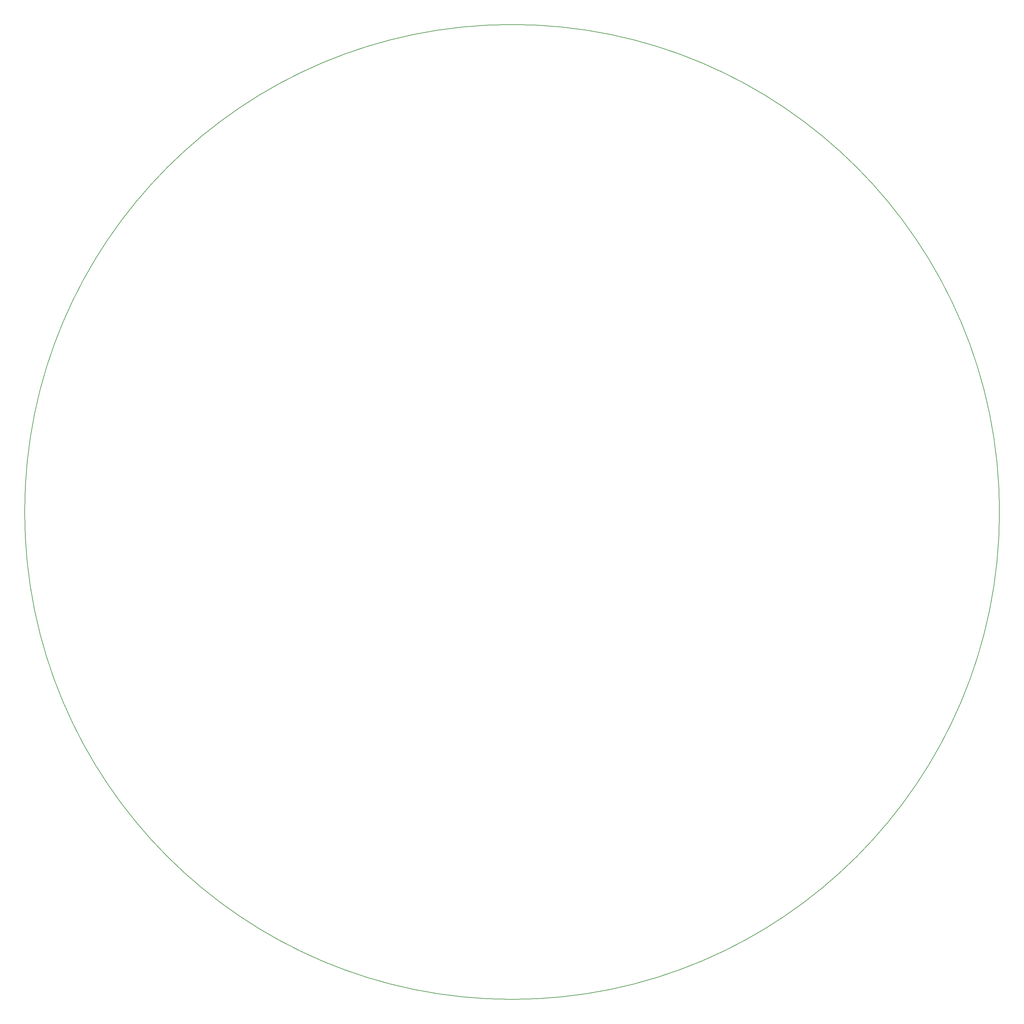
<source format=gbr>
%TF.GenerationSoftware,KiCad,Pcbnew,(6.0.9)*%
%TF.CreationDate,2023-03-10T17:43:12+02:00*%
%TF.ProjectId,RA_CA_2023_6,52415f43-415f-4323-9032-335f362e6b69,rev?*%
%TF.SameCoordinates,Original*%
%TF.FileFunction,Profile,NP*%
%FSLAX46Y46*%
G04 Gerber Fmt 4.6, Leading zero omitted, Abs format (unit mm)*
G04 Created by KiCad (PCBNEW (6.0.9)) date 2023-03-10 17:43:12*
%MOMM*%
%LPD*%
G01*
G04 APERTURE LIST*
%TA.AperFunction,Profile*%
%ADD10C,0.150000*%
%TD*%
G04 APERTURE END LIST*
D10*
X281695227Y-101206110D02*
G75*
G03*
X281695227Y-101206110I-135409484J0D01*
G01*
M02*

</source>
